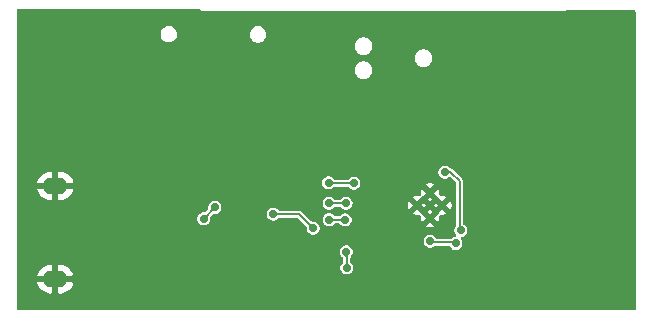
<source format=gbl>
%TF.GenerationSoftware,KiCad,Pcbnew,9.0.3*%
%TF.CreationDate,2025-09-07T14:34:17+02:00*%
%TF.ProjectId,LoTiBloxy,4c6f5469-426c-46f7-9879-2e6b69636164,rev?*%
%TF.SameCoordinates,Original*%
%TF.FileFunction,Copper,L2,Bot*%
%TF.FilePolarity,Positive*%
%FSLAX46Y46*%
G04 Gerber Fmt 4.6, Leading zero omitted, Abs format (unit mm)*
G04 Created by KiCad (PCBNEW 9.0.3) date 2025-09-07 14:34:17*
%MOMM*%
%LPD*%
G01*
G04 APERTURE LIST*
%TA.AperFunction,ComponentPad*%
%ADD10C,0.600000*%
%TD*%
%TA.AperFunction,ComponentPad*%
%ADD11O,2.108200X1.422400*%
%TD*%
%TA.AperFunction,ViaPad*%
%ADD12C,0.700000*%
%TD*%
%TA.AperFunction,Conductor*%
%ADD13C,0.200000*%
%TD*%
G04 APERTURE END LIST*
D10*
%TO.P,U2,33,EGP*%
%TO.N,GND*%
X115565000Y-99268196D03*
X114540000Y-100318196D03*
X114540000Y-98218196D03*
X114539997Y-99268196D03*
X113465000Y-99268196D03*
%TD*%
D11*
%TO.P,J3,6,Shield*%
%TO.N,GND*%
X82829299Y-97625000D03*
X82829299Y-105525000D03*
%TD*%
D12*
%TO.N,GND*%
X96174700Y-100975300D03*
X95325000Y-101750000D03*
X92850000Y-104250000D03*
X84375000Y-105525000D03*
X124495000Y-97955000D03*
X85450000Y-97750000D03*
X87050000Y-99100000D03*
X120000000Y-91875000D03*
X91650000Y-93000000D03*
X96250000Y-107600000D03*
X95321600Y-106771600D03*
X113300000Y-93738196D03*
X106400000Y-105750000D03*
X126150000Y-102725000D03*
X114525000Y-104925000D03*
X120950000Y-101900000D03*
X131075000Y-103900000D03*
X111000000Y-105150000D03*
X98166800Y-96316800D03*
X103775000Y-104200000D03*
X115640000Y-92410000D03*
X82850000Y-95950000D03*
X123700000Y-86800000D03*
X124500000Y-96300000D03*
X100875000Y-94350000D03*
X93200000Y-91200000D03*
X90450000Y-100600000D03*
X116700000Y-93700000D03*
X102880000Y-103105000D03*
X93175000Y-88975000D03*
X123250000Y-95200000D03*
X94300000Y-94000000D03*
X114350000Y-92700000D03*
X99475000Y-97325000D03*
X119585000Y-106050001D03*
X119845000Y-102795000D03*
X124600000Y-102800000D03*
X90000000Y-88975000D03*
X93250000Y-93200000D03*
X98960000Y-95140000D03*
X81225000Y-100375000D03*
X112050000Y-105850000D03*
X82850000Y-103850000D03*
X128250000Y-102800000D03*
X93088873Y-99038873D03*
X87200000Y-100250000D03*
X93975000Y-105374400D03*
X82800000Y-106825000D03*
X82850000Y-99400000D03*
X105475000Y-87600000D03*
X123245000Y-98895000D03*
X110375000Y-103896400D03*
X81200000Y-102700000D03*
X86732618Y-104056948D03*
X94350000Y-92250000D03*
X110175000Y-84575000D03*
X127250000Y-103650000D03*
X122301804Y-102798196D03*
X121900000Y-94700000D03*
X91850000Y-99650000D03*
X103250000Y-91850000D03*
X123390000Y-103640000D03*
X101600000Y-106000000D03*
X85400000Y-105150000D03*
X93975000Y-102991294D03*
X94300000Y-90200000D03*
X103250000Y-93475000D03*
X113600000Y-105850000D03*
X109480000Y-103080000D03*
X81000000Y-97600000D03*
%TO.N,/VLED*%
X95376600Y-100406600D03*
X96331902Y-99451298D03*
%TO.N,/VDD_1V8*%
X117150000Y-101400000D03*
X114550000Y-102300000D03*
X116725000Y-102500000D03*
X107500000Y-104565000D03*
X115800000Y-96450000D03*
X107450000Y-103215000D03*
%TO.N,/MCU/batCheck*%
X104650000Y-101200000D03*
X101281475Y-100025000D03*
%TO.N,/SDA*%
X106000000Y-99100000D03*
X107430000Y-99100000D03*
%TO.N,/SCL*%
X105950000Y-97375000D03*
X108090000Y-97400000D03*
%TO.N,/INTB*%
X106000000Y-100475000D03*
X107354000Y-100500000D03*
%TD*%
D13*
%TO.N,/SCL*%
X105975000Y-97400000D02*
X105950000Y-97375000D01*
X108090000Y-97400000D02*
X105975000Y-97400000D01*
%TO.N,/INTB*%
X106025000Y-100500000D02*
X106000000Y-100475000D01*
X107354000Y-100500000D02*
X106025000Y-100500000D01*
%TO.N,/SDA*%
X107430000Y-99100000D02*
X106000000Y-99100000D01*
%TO.N,/VDD_1V8*%
X117043200Y-97231200D02*
X116262000Y-96450000D01*
X117150000Y-101400000D02*
X117043200Y-101293200D01*
X117043200Y-101293200D02*
X117043200Y-97231200D01*
X116262000Y-96450000D02*
X115800000Y-96450000D01*
X116704509Y-102379509D02*
X114819507Y-102379509D01*
X116725000Y-102400000D02*
X116704509Y-102379509D01*
X116725000Y-102500000D02*
X116725000Y-102400000D01*
X114819507Y-102379509D02*
X114739998Y-102300000D01*
X114739998Y-102300000D02*
X114550000Y-102300000D01*
%TO.N,/VLED*%
X96331902Y-99451298D02*
X95376600Y-100406600D01*
%TO.N,/VDD_1V8*%
X107500000Y-103650000D02*
X107500000Y-104565000D01*
X107450000Y-103215000D02*
X107450000Y-103600000D01*
X107450000Y-103600000D02*
X107500000Y-103650000D01*
%TO.N,/MCU/batCheck*%
X103475000Y-100025000D02*
X101281475Y-100025000D01*
X104650000Y-101200000D02*
X103475000Y-100025000D01*
%TD*%
%TA.AperFunction,Conductor*%
%TO.N,GND*%
G36*
X95015677Y-82644685D02*
G01*
X95036319Y-82661319D01*
X95175000Y-82800000D01*
X126000000Y-82800000D01*
X126013681Y-82786319D01*
X126075004Y-82752834D01*
X126101362Y-82750000D01*
X131826000Y-82750000D01*
X131893039Y-82769685D01*
X131938794Y-82822489D01*
X131950000Y-82874000D01*
X131950000Y-108026000D01*
X131930315Y-108093039D01*
X131877511Y-108138794D01*
X131826000Y-108150000D01*
X79674000Y-108150000D01*
X79606961Y-108130315D01*
X79561206Y-108077511D01*
X79550000Y-108026000D01*
X79550000Y-105275000D01*
X81299699Y-105275000D01*
X82309811Y-105275000D01*
X82299247Y-105281099D01*
X82242498Y-105337848D01*
X82202371Y-105407352D01*
X82181599Y-105484872D01*
X82181599Y-105565128D01*
X82202371Y-105642648D01*
X82242498Y-105712152D01*
X82299247Y-105768901D01*
X82309811Y-105775000D01*
X81299699Y-105775000D01*
X81305025Y-105808630D01*
X81363934Y-105989936D01*
X81450488Y-106159807D01*
X81562550Y-106314045D01*
X81562550Y-106314046D01*
X81697352Y-106448848D01*
X81851591Y-106560910D01*
X82021462Y-106647464D01*
X82202772Y-106706375D01*
X82391077Y-106736200D01*
X82579299Y-106736200D01*
X82579299Y-105829800D01*
X83079299Y-105829800D01*
X83079299Y-106736200D01*
X83267521Y-106736200D01*
X83455823Y-106706375D01*
X83455826Y-106706375D01*
X83637135Y-106647464D01*
X83807006Y-106560910D01*
X83961244Y-106448848D01*
X83961245Y-106448848D01*
X84096047Y-106314046D01*
X84096047Y-106314045D01*
X84208109Y-106159807D01*
X84294663Y-105989936D01*
X84353572Y-105808630D01*
X84358899Y-105775000D01*
X83348787Y-105775000D01*
X83359351Y-105768901D01*
X83416100Y-105712152D01*
X83456227Y-105642648D01*
X83476999Y-105565128D01*
X83476999Y-105484872D01*
X83456227Y-105407352D01*
X83416100Y-105337848D01*
X83359351Y-105281099D01*
X83348787Y-105275000D01*
X84358899Y-105275000D01*
X84353572Y-105241369D01*
X84294663Y-105060063D01*
X84208109Y-104890192D01*
X84096047Y-104735954D01*
X84096047Y-104735953D01*
X83961245Y-104601151D01*
X83807006Y-104489089D01*
X83637135Y-104402535D01*
X83455825Y-104343624D01*
X83267521Y-104313800D01*
X83079299Y-104313800D01*
X83079299Y-105220200D01*
X82579299Y-105220200D01*
X82579299Y-104313800D01*
X82391077Y-104313800D01*
X82202774Y-104343624D01*
X82202771Y-104343624D01*
X82021462Y-104402535D01*
X81851591Y-104489089D01*
X81697353Y-104601151D01*
X81697352Y-104601151D01*
X81562550Y-104735953D01*
X81562550Y-104735954D01*
X81450488Y-104890192D01*
X81363934Y-105060063D01*
X81305025Y-105241369D01*
X81299699Y-105275000D01*
X79550000Y-105275000D01*
X79550000Y-103142525D01*
X106899500Y-103142525D01*
X106899500Y-103287475D01*
X106937016Y-103427485D01*
X106937017Y-103427488D01*
X107009488Y-103553011D01*
X107009490Y-103553013D01*
X107009491Y-103553015D01*
X107111985Y-103655509D01*
X107111988Y-103655510D01*
X107111991Y-103655513D01*
X107118829Y-103659461D01*
X107130529Y-103671339D01*
X107143743Y-103678406D01*
X107157329Y-103698547D01*
X107165139Y-103706476D01*
X107169550Y-103714391D01*
X107169979Y-103715989D01*
X107183357Y-103739161D01*
X107183811Y-103739975D01*
X107186486Y-103751777D01*
X107199500Y-103800346D01*
X107199500Y-104035613D01*
X107179815Y-104102652D01*
X107163182Y-104123294D01*
X107059488Y-104226988D01*
X106987017Y-104352511D01*
X106987016Y-104352515D01*
X106949500Y-104492525D01*
X106949500Y-104637475D01*
X106975888Y-104735954D01*
X106987017Y-104777488D01*
X107059488Y-104903011D01*
X107059490Y-104903013D01*
X107059491Y-104903015D01*
X107161985Y-105005509D01*
X107161986Y-105005510D01*
X107161988Y-105005511D01*
X107287511Y-105077982D01*
X107287512Y-105077982D01*
X107287515Y-105077984D01*
X107427525Y-105115500D01*
X107427528Y-105115500D01*
X107572472Y-105115500D01*
X107572475Y-105115500D01*
X107712485Y-105077984D01*
X107838015Y-105005509D01*
X107940509Y-104903015D01*
X108012984Y-104777485D01*
X108050500Y-104637475D01*
X108050500Y-104492525D01*
X108012984Y-104352515D01*
X107940509Y-104226985D01*
X107838015Y-104124491D01*
X107838014Y-104124490D01*
X107836818Y-104123294D01*
X107803334Y-104061971D01*
X107800500Y-104035613D01*
X107800500Y-103694386D01*
X107820185Y-103627347D01*
X107836819Y-103606705D01*
X107890509Y-103553015D01*
X107962984Y-103427485D01*
X108000500Y-103287475D01*
X108000500Y-103142525D01*
X107962984Y-103002515D01*
X107890509Y-102876985D01*
X107788015Y-102774491D01*
X107788013Y-102774490D01*
X107788011Y-102774488D01*
X107662488Y-102702017D01*
X107662489Y-102702017D01*
X107651006Y-102698940D01*
X107522475Y-102664500D01*
X107377525Y-102664500D01*
X107248993Y-102698940D01*
X107237511Y-102702017D01*
X107111988Y-102774488D01*
X107111982Y-102774493D01*
X107009493Y-102876982D01*
X107009488Y-102876988D01*
X106937017Y-103002511D01*
X106937016Y-103002515D01*
X106899500Y-103142525D01*
X79550000Y-103142525D01*
X79550000Y-102227525D01*
X113999500Y-102227525D01*
X113999500Y-102372475D01*
X114037016Y-102512485D01*
X114037017Y-102512488D01*
X114109488Y-102638011D01*
X114109490Y-102638013D01*
X114109491Y-102638015D01*
X114211985Y-102740509D01*
X114211986Y-102740510D01*
X114211988Y-102740511D01*
X114337511Y-102812982D01*
X114337512Y-102812982D01*
X114337515Y-102812984D01*
X114477525Y-102850500D01*
X114477528Y-102850500D01*
X114622472Y-102850500D01*
X114622475Y-102850500D01*
X114762485Y-102812984D01*
X114888015Y-102740509D01*
X114912196Y-102716328D01*
X114973519Y-102682843D01*
X114999877Y-102680009D01*
X116121674Y-102680009D01*
X116188713Y-102699694D01*
X116229061Y-102742008D01*
X116284491Y-102838015D01*
X116386985Y-102940509D01*
X116386986Y-102940510D01*
X116386988Y-102940511D01*
X116512511Y-103012982D01*
X116512512Y-103012982D01*
X116512515Y-103012984D01*
X116652525Y-103050500D01*
X116652528Y-103050500D01*
X116797472Y-103050500D01*
X116797475Y-103050500D01*
X116937485Y-103012984D01*
X117063015Y-102940509D01*
X117165509Y-102838015D01*
X117237984Y-102712485D01*
X117275500Y-102572475D01*
X117275500Y-102427525D01*
X117237984Y-102287515D01*
X117165509Y-102161985D01*
X117162622Y-102159098D01*
X117160966Y-102156066D01*
X117160562Y-102155539D01*
X117160644Y-102155475D01*
X117129137Y-102097775D01*
X117134121Y-102028083D01*
X117175993Y-101972150D01*
X117218209Y-101951642D01*
X117222471Y-101950500D01*
X117222475Y-101950500D01*
X117362485Y-101912984D01*
X117488015Y-101840509D01*
X117590509Y-101738015D01*
X117662984Y-101612485D01*
X117700500Y-101472475D01*
X117700500Y-101327525D01*
X117662984Y-101187515D01*
X117590509Y-101061985D01*
X117488015Y-100959491D01*
X117443893Y-100934017D01*
X117405700Y-100911966D01*
X117357484Y-100861399D01*
X117343700Y-100804579D01*
X117343700Y-97191638D01*
X117342594Y-97187511D01*
X117342593Y-97187508D01*
X117335239Y-97160063D01*
X117323222Y-97115212D01*
X117283660Y-97046689D01*
X116446511Y-96209540D01*
X116446510Y-96209539D01*
X116446507Y-96209537D01*
X116444541Y-96208402D01*
X116444537Y-96208400D01*
X116437066Y-96204087D01*
X116377989Y-96169979D01*
X116301562Y-96149500D01*
X116299049Y-96149500D01*
X116287062Y-96144647D01*
X116270810Y-96131764D01*
X116245914Y-96117390D01*
X116138017Y-96009493D01*
X116138011Y-96009488D01*
X116012488Y-95937017D01*
X116012489Y-95937017D01*
X116001006Y-95933940D01*
X115872475Y-95899500D01*
X115727525Y-95899500D01*
X115598993Y-95933940D01*
X115587511Y-95937017D01*
X115461988Y-96009488D01*
X115461982Y-96009493D01*
X115359493Y-96111982D01*
X115359488Y-96111988D01*
X115287017Y-96237511D01*
X115287016Y-96237515D01*
X115249500Y-96377525D01*
X115249500Y-96522475D01*
X115287016Y-96662485D01*
X115287017Y-96662488D01*
X115359488Y-96788011D01*
X115359490Y-96788013D01*
X115359491Y-96788015D01*
X115461985Y-96890509D01*
X115461986Y-96890510D01*
X115461988Y-96890511D01*
X115587511Y-96962982D01*
X115587512Y-96962982D01*
X115587515Y-96962984D01*
X115727525Y-97000500D01*
X115727528Y-97000500D01*
X115872472Y-97000500D01*
X115872475Y-97000500D01*
X116012485Y-96962984D01*
X116138015Y-96890509D01*
X116138017Y-96890506D01*
X116144067Y-96887014D01*
X116211967Y-96870541D01*
X116277994Y-96893393D01*
X116293749Y-96906720D01*
X116706381Y-97319352D01*
X116739866Y-97380675D01*
X116742700Y-97407033D01*
X116742700Y-100977414D01*
X116723015Y-101044453D01*
X116714217Y-101055369D01*
X116714438Y-101055539D01*
X116709488Y-101061988D01*
X116637017Y-101187511D01*
X116637016Y-101187515D01*
X116599500Y-101327525D01*
X116599500Y-101472475D01*
X116637016Y-101612485D01*
X116637017Y-101612488D01*
X116709488Y-101738011D01*
X116709493Y-101738017D01*
X116712377Y-101740901D01*
X116714032Y-101743931D01*
X116714438Y-101744461D01*
X116714355Y-101744524D01*
X116745862Y-101802224D01*
X116740878Y-101871916D01*
X116699006Y-101927849D01*
X116656790Y-101948357D01*
X116512511Y-101987017D01*
X116381953Y-102062396D01*
X116319953Y-102079009D01*
X115129664Y-102079009D01*
X115062625Y-102059324D01*
X115022277Y-102017009D01*
X115004961Y-101987017D01*
X114990509Y-101961985D01*
X114888015Y-101859491D01*
X114888013Y-101859490D01*
X114888011Y-101859488D01*
X114762488Y-101787017D01*
X114762489Y-101787017D01*
X114751006Y-101783940D01*
X114622475Y-101749500D01*
X114477525Y-101749500D01*
X114348993Y-101783940D01*
X114337511Y-101787017D01*
X114211988Y-101859488D01*
X114211982Y-101859493D01*
X114109493Y-101961982D01*
X114109488Y-101961988D01*
X114037017Y-102087511D01*
X114037016Y-102087515D01*
X113999500Y-102227525D01*
X79550000Y-102227525D01*
X79550000Y-100334125D01*
X94826100Y-100334125D01*
X94826100Y-100479075D01*
X94862034Y-100613181D01*
X94863617Y-100619088D01*
X94936088Y-100744611D01*
X94936090Y-100744613D01*
X94936091Y-100744615D01*
X95038585Y-100847109D01*
X95038586Y-100847110D01*
X95038588Y-100847111D01*
X95164111Y-100919582D01*
X95164112Y-100919582D01*
X95164115Y-100919584D01*
X95304125Y-100957100D01*
X95304128Y-100957100D01*
X95449072Y-100957100D01*
X95449075Y-100957100D01*
X95589085Y-100919584D01*
X95714615Y-100847109D01*
X95817109Y-100744615D01*
X95889584Y-100619085D01*
X95927100Y-100479075D01*
X95927100Y-100334125D01*
X95927100Y-100332432D01*
X95946785Y-100265393D01*
X95963419Y-100244751D01*
X96170053Y-100038117D01*
X96231376Y-100004632D01*
X96257734Y-100001798D01*
X96404374Y-100001798D01*
X96404377Y-100001798D01*
X96544387Y-99964282D01*
X96564751Y-99952525D01*
X100730975Y-99952525D01*
X100730975Y-100097475D01*
X100768491Y-100237485D01*
X100768492Y-100237488D01*
X100840963Y-100363011D01*
X100840965Y-100363013D01*
X100840966Y-100363015D01*
X100943460Y-100465509D01*
X100943461Y-100465510D01*
X100943463Y-100465511D01*
X101068986Y-100537982D01*
X101068987Y-100537982D01*
X101068990Y-100537984D01*
X101209000Y-100575500D01*
X101209003Y-100575500D01*
X101353947Y-100575500D01*
X101353950Y-100575500D01*
X101493960Y-100537984D01*
X101619490Y-100465509D01*
X101721984Y-100363015D01*
X101721984Y-100363014D01*
X101723180Y-100361819D01*
X101784503Y-100328334D01*
X101810861Y-100325500D01*
X103299167Y-100325500D01*
X103366206Y-100345185D01*
X103386848Y-100361819D01*
X104063181Y-101038152D01*
X104096666Y-101099475D01*
X104099500Y-101125833D01*
X104099500Y-101127525D01*
X104099500Y-101272475D01*
X104137016Y-101412485D01*
X104137017Y-101412488D01*
X104209488Y-101538011D01*
X104209490Y-101538013D01*
X104209491Y-101538015D01*
X104311985Y-101640509D01*
X104311986Y-101640510D01*
X104311988Y-101640511D01*
X104437511Y-101712982D01*
X104437512Y-101712982D01*
X104437515Y-101712984D01*
X104577525Y-101750500D01*
X104577528Y-101750500D01*
X104722472Y-101750500D01*
X104722475Y-101750500D01*
X104862485Y-101712984D01*
X104988015Y-101640509D01*
X105090509Y-101538015D01*
X105162984Y-101412485D01*
X105200500Y-101272475D01*
X105200500Y-101127525D01*
X105162984Y-100987515D01*
X105146805Y-100959493D01*
X105090511Y-100861988D01*
X105090506Y-100861982D01*
X104988017Y-100759493D01*
X104988011Y-100759488D01*
X104862488Y-100687017D01*
X104862489Y-100687017D01*
X104838126Y-100680489D01*
X104722475Y-100649500D01*
X104577525Y-100649500D01*
X104575833Y-100649500D01*
X104546392Y-100640855D01*
X104516406Y-100634332D01*
X104511390Y-100630577D01*
X104508794Y-100629815D01*
X104488152Y-100613181D01*
X104277496Y-100402525D01*
X105449500Y-100402525D01*
X105449500Y-100547475D01*
X105486891Y-100687017D01*
X105487017Y-100687488D01*
X105559488Y-100813011D01*
X105559490Y-100813013D01*
X105559491Y-100813015D01*
X105661985Y-100915509D01*
X105661986Y-100915510D01*
X105661988Y-100915511D01*
X105787511Y-100987982D01*
X105787512Y-100987982D01*
X105787515Y-100987984D01*
X105927525Y-101025500D01*
X105927528Y-101025500D01*
X106072472Y-101025500D01*
X106072475Y-101025500D01*
X106212485Y-100987984D01*
X106338015Y-100915509D01*
X106416706Y-100836818D01*
X106478030Y-100803334D01*
X106504387Y-100800500D01*
X106824614Y-100800500D01*
X106891653Y-100820185D01*
X106912295Y-100836819D01*
X106913491Y-100838015D01*
X107015985Y-100940509D01*
X107015986Y-100940510D01*
X107015988Y-100940511D01*
X107141511Y-101012982D01*
X107141512Y-101012982D01*
X107141515Y-101012984D01*
X107281525Y-101050500D01*
X107281528Y-101050500D01*
X107426472Y-101050500D01*
X107426475Y-101050500D01*
X107487900Y-101034041D01*
X114177706Y-101034041D01*
X114306652Y-101087453D01*
X114306656Y-101087454D01*
X114461202Y-101118195D01*
X114461206Y-101118196D01*
X114618794Y-101118196D01*
X114618797Y-101118195D01*
X114773343Y-101087454D01*
X114773347Y-101087453D01*
X114902293Y-101034041D01*
X114540001Y-100671749D01*
X114540000Y-100671749D01*
X114177706Y-101034041D01*
X107487900Y-101034041D01*
X107566485Y-101012984D01*
X107692015Y-100940509D01*
X107794509Y-100838015D01*
X107866984Y-100712485D01*
X107904500Y-100572475D01*
X107904500Y-100427525D01*
X107866984Y-100287515D01*
X107852550Y-100262515D01*
X107794511Y-100161988D01*
X107794506Y-100161982D01*
X107692017Y-100059493D01*
X107692015Y-100059491D01*
X107676638Y-100050613D01*
X107676637Y-100050612D01*
X107566488Y-99987017D01*
X107566489Y-99987017D01*
X107555383Y-99984041D01*
X113102706Y-99984041D01*
X113231652Y-100037453D01*
X113231656Y-100037454D01*
X113386202Y-100068195D01*
X113386206Y-100068196D01*
X113543794Y-100068196D01*
X113543794Y-100068195D01*
X113601526Y-100056712D01*
X113671118Y-100062939D01*
X113726295Y-100105801D01*
X113749540Y-100171691D01*
X113747336Y-100202518D01*
X113740000Y-100239402D01*
X113740000Y-100396993D01*
X113770741Y-100551539D01*
X113770743Y-100551547D01*
X113824153Y-100680489D01*
X114186446Y-100318196D01*
X114156609Y-100288359D01*
X114390000Y-100288359D01*
X114390000Y-100348033D01*
X114412836Y-100403164D01*
X114455032Y-100445360D01*
X114510163Y-100468196D01*
X114569837Y-100468196D01*
X114624968Y-100445360D01*
X114667164Y-100403164D01*
X114690000Y-100348033D01*
X114690000Y-100318196D01*
X114893553Y-100318196D01*
X115255845Y-100680489D01*
X115309257Y-100551543D01*
X115309258Y-100551539D01*
X115339999Y-100396993D01*
X115340000Y-100396990D01*
X115340000Y-100239404D01*
X115334723Y-100212878D01*
X115340949Y-100143286D01*
X115383811Y-100088108D01*
X115449700Y-100064862D01*
X115480536Y-100067068D01*
X115486205Y-100068195D01*
X115486206Y-100068196D01*
X115643794Y-100068196D01*
X115643797Y-100068195D01*
X115798343Y-100037454D01*
X115798347Y-100037453D01*
X115927293Y-99984041D01*
X115565000Y-99621749D01*
X115350927Y-99835821D01*
X115342201Y-99865540D01*
X115325567Y-99886182D01*
X114893553Y-100318196D01*
X114690000Y-100318196D01*
X114690000Y-100288359D01*
X114667164Y-100233228D01*
X114624968Y-100191032D01*
X114569837Y-100168196D01*
X114510163Y-100168196D01*
X114455032Y-100191032D01*
X114412836Y-100233228D01*
X114390000Y-100288359D01*
X114156609Y-100288359D01*
X113947371Y-100079121D01*
X113917655Y-100070396D01*
X113897013Y-100053762D01*
X113673140Y-99829889D01*
X113636444Y-99793193D01*
X114368871Y-99793193D01*
X114540028Y-99964613D01*
X114711445Y-99793197D01*
X114711445Y-99793196D01*
X114540025Y-99621777D01*
X114368871Y-99793193D01*
X113636444Y-99793193D01*
X113465001Y-99621749D01*
X113465000Y-99621749D01*
X113102706Y-99984041D01*
X107555383Y-99984041D01*
X107555006Y-99983940D01*
X107426475Y-99949500D01*
X107281525Y-99949500D01*
X107152993Y-99983940D01*
X107141511Y-99987017D01*
X107015988Y-100059488D01*
X107015982Y-100059493D01*
X106912295Y-100163181D01*
X106850972Y-100196666D01*
X106824614Y-100199500D01*
X106548193Y-100199500D01*
X106481154Y-100179815D01*
X106446035Y-100142985D01*
X106445455Y-100143431D01*
X106441312Y-100138031D01*
X106440808Y-100137503D01*
X106440509Y-100136985D01*
X106338015Y-100034491D01*
X106338013Y-100034490D01*
X106338011Y-100034488D01*
X106212488Y-99962017D01*
X106212489Y-99962017D01*
X106201006Y-99958940D01*
X106072475Y-99924500D01*
X105927525Y-99924500D01*
X105798993Y-99958940D01*
X105787511Y-99962017D01*
X105661988Y-100034488D01*
X105661982Y-100034493D01*
X105559493Y-100136982D01*
X105559488Y-100136988D01*
X105487017Y-100262511D01*
X105487016Y-100262515D01*
X105449500Y-100402525D01*
X104277496Y-100402525D01*
X103659512Y-99784541D01*
X103659511Y-99784540D01*
X103637406Y-99771778D01*
X103637406Y-99771776D01*
X103637403Y-99771776D01*
X103590994Y-99744981D01*
X103590991Y-99744979D01*
X103552775Y-99734739D01*
X103514562Y-99724500D01*
X103514560Y-99724500D01*
X101810861Y-99724500D01*
X101743822Y-99704815D01*
X101723180Y-99688181D01*
X101619492Y-99584493D01*
X101619486Y-99584488D01*
X101493963Y-99512017D01*
X101493964Y-99512017D01*
X101482481Y-99508940D01*
X101353950Y-99474500D01*
X101209000Y-99474500D01*
X101080468Y-99508940D01*
X101068986Y-99512017D01*
X100943463Y-99584488D01*
X100943457Y-99584493D01*
X100840968Y-99686982D01*
X100840963Y-99686988D01*
X100768492Y-99812511D01*
X100768491Y-99812515D01*
X100730975Y-99952525D01*
X96564751Y-99952525D01*
X96669917Y-99891807D01*
X96772411Y-99789313D01*
X96844886Y-99663783D01*
X96882402Y-99523773D01*
X96882402Y-99378823D01*
X96844886Y-99238813D01*
X96816358Y-99189402D01*
X96772413Y-99113286D01*
X96772408Y-99113280D01*
X96686653Y-99027525D01*
X105449500Y-99027525D01*
X105449500Y-99172475D01*
X105475149Y-99268196D01*
X105487017Y-99312488D01*
X105559488Y-99438011D01*
X105559490Y-99438013D01*
X105559491Y-99438015D01*
X105661985Y-99540509D01*
X105661986Y-99540510D01*
X105661988Y-99540511D01*
X105787511Y-99612982D01*
X105787512Y-99612982D01*
X105787515Y-99612984D01*
X105927525Y-99650500D01*
X105927528Y-99650500D01*
X106072472Y-99650500D01*
X106072475Y-99650500D01*
X106212485Y-99612984D01*
X106338015Y-99540509D01*
X106440509Y-99438015D01*
X106440509Y-99438014D01*
X106441705Y-99436819D01*
X106503028Y-99403334D01*
X106529386Y-99400500D01*
X106900614Y-99400500D01*
X106967653Y-99420185D01*
X106988295Y-99436819D01*
X106989491Y-99438015D01*
X107091985Y-99540509D01*
X107091986Y-99540510D01*
X107091988Y-99540511D01*
X107217511Y-99612982D01*
X107217512Y-99612982D01*
X107217515Y-99612984D01*
X107357525Y-99650500D01*
X107357528Y-99650500D01*
X107502472Y-99650500D01*
X107502475Y-99650500D01*
X107642485Y-99612984D01*
X107768015Y-99540509D01*
X107870509Y-99438015D01*
X107942984Y-99312485D01*
X107975965Y-99189398D01*
X112665000Y-99189398D01*
X112665000Y-99346993D01*
X112695741Y-99501539D01*
X112695743Y-99501547D01*
X112749153Y-99630489D01*
X113111446Y-99268197D01*
X113111446Y-99268195D01*
X113081610Y-99238359D01*
X113315000Y-99238359D01*
X113315000Y-99298033D01*
X113337836Y-99353164D01*
X113380032Y-99395360D01*
X113435163Y-99418196D01*
X113494837Y-99418196D01*
X113549968Y-99395360D01*
X113592164Y-99353164D01*
X113615000Y-99298033D01*
X113615000Y-99268196D01*
X113818553Y-99268196D01*
X114002498Y-99452141D01*
X114186443Y-99268196D01*
X114156606Y-99238359D01*
X114389997Y-99238359D01*
X114389997Y-99298033D01*
X114412833Y-99353164D01*
X114455029Y-99395360D01*
X114510160Y-99418196D01*
X114569834Y-99418196D01*
X114624965Y-99395360D01*
X114667161Y-99353164D01*
X114689997Y-99298033D01*
X114689997Y-99268196D01*
X114893550Y-99268196D01*
X115052498Y-99427144D01*
X115211446Y-99268196D01*
X115181609Y-99238359D01*
X115415000Y-99238359D01*
X115415000Y-99298033D01*
X115437836Y-99353164D01*
X115480032Y-99395360D01*
X115535163Y-99418196D01*
X115594837Y-99418196D01*
X115649968Y-99395360D01*
X115692164Y-99353164D01*
X115715000Y-99298033D01*
X115715000Y-99268195D01*
X115918553Y-99268195D01*
X115918553Y-99268197D01*
X116280845Y-99630489D01*
X116334257Y-99501543D01*
X116334258Y-99501539D01*
X116364999Y-99346993D01*
X116365000Y-99346990D01*
X116365000Y-99189402D01*
X116364999Y-99189398D01*
X116334258Y-99034852D01*
X116334257Y-99034848D01*
X116280845Y-98905902D01*
X115918553Y-99268195D01*
X115715000Y-99268195D01*
X115715000Y-99238359D01*
X115692164Y-99183228D01*
X115649968Y-99141032D01*
X115594837Y-99118196D01*
X115535163Y-99118196D01*
X115480032Y-99141032D01*
X115437836Y-99183228D01*
X115415000Y-99238359D01*
X115181609Y-99238359D01*
X115052498Y-99109247D01*
X114893550Y-99268196D01*
X114689997Y-99268196D01*
X114689997Y-99238359D01*
X114667161Y-99183228D01*
X114624965Y-99141032D01*
X114569834Y-99118196D01*
X114510160Y-99118196D01*
X114455029Y-99141032D01*
X114412833Y-99183228D01*
X114389997Y-99238359D01*
X114156606Y-99238359D01*
X114002498Y-99084250D01*
X113818553Y-99268196D01*
X113615000Y-99268196D01*
X113615000Y-99238359D01*
X113592164Y-99183228D01*
X113549968Y-99141032D01*
X113494837Y-99118196D01*
X113435163Y-99118196D01*
X113380032Y-99141032D01*
X113337836Y-99183228D01*
X113315000Y-99238359D01*
X113081610Y-99238359D01*
X112749153Y-98905901D01*
X112695743Y-99034844D01*
X112695741Y-99034852D01*
X112665000Y-99189398D01*
X107975965Y-99189398D01*
X107980500Y-99172475D01*
X107980500Y-99027525D01*
X107942984Y-98887515D01*
X107892168Y-98799500D01*
X107870511Y-98761988D01*
X107870506Y-98761982D01*
X107768017Y-98659493D01*
X107768011Y-98659488D01*
X107642488Y-98587017D01*
X107642489Y-98587017D01*
X107631006Y-98583940D01*
X107513108Y-98552349D01*
X113102705Y-98552349D01*
X113464999Y-98914642D01*
X113636658Y-98742984D01*
X114368551Y-98742984D01*
X114368551Y-98743409D01*
X114539961Y-98914642D01*
X114539998Y-98914642D01*
X114711445Y-98743194D01*
X114711445Y-98743193D01*
X114540001Y-98571749D01*
X114539964Y-98571749D01*
X114368551Y-98742984D01*
X113636658Y-98742984D01*
X113775740Y-98603903D01*
X113897015Y-98482628D01*
X113952080Y-98452560D01*
X114186446Y-98218195D01*
X114156610Y-98188359D01*
X114390000Y-98188359D01*
X114390000Y-98248033D01*
X114412836Y-98303164D01*
X114455032Y-98345360D01*
X114510163Y-98368196D01*
X114569837Y-98368196D01*
X114624968Y-98345360D01*
X114667164Y-98303164D01*
X114690000Y-98248033D01*
X114690000Y-98218195D01*
X114893553Y-98218195D01*
X114893553Y-98218196D01*
X115325566Y-98650209D01*
X115355636Y-98705278D01*
X115565000Y-98914642D01*
X115927293Y-98552349D01*
X115798351Y-98498939D01*
X115798343Y-98498937D01*
X115643797Y-98468196D01*
X115486200Y-98468196D01*
X115480526Y-98469325D01*
X115410935Y-98463095D01*
X115355759Y-98420229D01*
X115332517Y-98354339D01*
X115334723Y-98323512D01*
X115340000Y-98296986D01*
X115340000Y-98139402D01*
X115339999Y-98139398D01*
X115309258Y-97984852D01*
X115309257Y-97984848D01*
X115255845Y-97855902D01*
X114893553Y-98218195D01*
X114690000Y-98218195D01*
X114690000Y-98188359D01*
X114667164Y-98133228D01*
X114624968Y-98091032D01*
X114569837Y-98068196D01*
X114510163Y-98068196D01*
X114455032Y-98091032D01*
X114412836Y-98133228D01*
X114390000Y-98188359D01*
X114156610Y-98188359D01*
X113824153Y-97855901D01*
X113770743Y-97984844D01*
X113770741Y-97984852D01*
X113740000Y-98139398D01*
X113740000Y-98296989D01*
X113747336Y-98333873D01*
X113741107Y-98403464D01*
X113698243Y-98458641D01*
X113632353Y-98481884D01*
X113601528Y-98479680D01*
X113543792Y-98468196D01*
X113386202Y-98468196D01*
X113231656Y-98498937D01*
X113231648Y-98498939D01*
X113102705Y-98552349D01*
X107513108Y-98552349D01*
X107502475Y-98549500D01*
X107357525Y-98549500D01*
X107228993Y-98583940D01*
X107217511Y-98587017D01*
X107091988Y-98659488D01*
X107091982Y-98659493D01*
X106988295Y-98763181D01*
X106926972Y-98796666D01*
X106900614Y-98799500D01*
X106529386Y-98799500D01*
X106462347Y-98779815D01*
X106441705Y-98763181D01*
X106338017Y-98659493D01*
X106338011Y-98659488D01*
X106212488Y-98587017D01*
X106212489Y-98587017D01*
X106201006Y-98583940D01*
X106072475Y-98549500D01*
X105927525Y-98549500D01*
X105798993Y-98583940D01*
X105787511Y-98587017D01*
X105661988Y-98659488D01*
X105661982Y-98659493D01*
X105559493Y-98761982D01*
X105559488Y-98761988D01*
X105487017Y-98887511D01*
X105487016Y-98887515D01*
X105449500Y-99027525D01*
X96686653Y-99027525D01*
X96669919Y-99010791D01*
X96669913Y-99010786D01*
X96544390Y-98938315D01*
X96544391Y-98938315D01*
X96532908Y-98935238D01*
X96404377Y-98900798D01*
X96259427Y-98900798D01*
X96130895Y-98935238D01*
X96119413Y-98938315D01*
X95993890Y-99010786D01*
X95993884Y-99010791D01*
X95891395Y-99113280D01*
X95891390Y-99113286D01*
X95818919Y-99238809D01*
X95818918Y-99238813D01*
X95781402Y-99378823D01*
X95781402Y-99378825D01*
X95781402Y-99525464D01*
X95761717Y-99592503D01*
X95745083Y-99613145D01*
X95538447Y-99819781D01*
X95477124Y-99853266D01*
X95450766Y-99856100D01*
X95449075Y-99856100D01*
X95304125Y-99856100D01*
X95191859Y-99886182D01*
X95164111Y-99893617D01*
X95038588Y-99966088D01*
X95038582Y-99966093D01*
X94936093Y-100068582D01*
X94936088Y-100068588D01*
X94863617Y-100194111D01*
X94863616Y-100194115D01*
X94826100Y-100334125D01*
X79550000Y-100334125D01*
X79550000Y-97375000D01*
X81299699Y-97375000D01*
X82309811Y-97375000D01*
X82299247Y-97381099D01*
X82242498Y-97437848D01*
X82202371Y-97507352D01*
X82181599Y-97584872D01*
X82181599Y-97665128D01*
X82202371Y-97742648D01*
X82242498Y-97812152D01*
X82299247Y-97868901D01*
X82309811Y-97875000D01*
X81299699Y-97875000D01*
X81305025Y-97908630D01*
X81363934Y-98089936D01*
X81450488Y-98259807D01*
X81562550Y-98414045D01*
X81562550Y-98414046D01*
X81697352Y-98548848D01*
X81851591Y-98660910D01*
X82021462Y-98747464D01*
X82202772Y-98806375D01*
X82391077Y-98836200D01*
X82579299Y-98836200D01*
X82579299Y-97929800D01*
X83079299Y-97929800D01*
X83079299Y-98836200D01*
X83267521Y-98836200D01*
X83455823Y-98806375D01*
X83455826Y-98806375D01*
X83637135Y-98747464D01*
X83807006Y-98660910D01*
X83961244Y-98548848D01*
X83961245Y-98548848D01*
X84096047Y-98414046D01*
X84096047Y-98414045D01*
X84208109Y-98259807D01*
X84294663Y-98089936D01*
X84353572Y-97908630D01*
X84358899Y-97875000D01*
X83348787Y-97875000D01*
X83359351Y-97868901D01*
X83416100Y-97812152D01*
X83456227Y-97742648D01*
X83476999Y-97665128D01*
X83476999Y-97584872D01*
X83456227Y-97507352D01*
X83416100Y-97437848D01*
X83359351Y-97381099D01*
X83348787Y-97375000D01*
X84358899Y-97375000D01*
X84353573Y-97341373D01*
X84350761Y-97332718D01*
X84350760Y-97332715D01*
X84340951Y-97302525D01*
X105399500Y-97302525D01*
X105399500Y-97447475D01*
X105436316Y-97584872D01*
X105437017Y-97587488D01*
X105509488Y-97713011D01*
X105509490Y-97713013D01*
X105509491Y-97713015D01*
X105611985Y-97815509D01*
X105611986Y-97815510D01*
X105611988Y-97815511D01*
X105737511Y-97887982D01*
X105737512Y-97887982D01*
X105737515Y-97887984D01*
X105877525Y-97925500D01*
X105877528Y-97925500D01*
X106022472Y-97925500D01*
X106022475Y-97925500D01*
X106162485Y-97887984D01*
X106288015Y-97815509D01*
X106366706Y-97736818D01*
X106428030Y-97703334D01*
X106454387Y-97700500D01*
X107560614Y-97700500D01*
X107627653Y-97720185D01*
X107648295Y-97736819D01*
X107649491Y-97738015D01*
X107751985Y-97840509D01*
X107751986Y-97840510D01*
X107751988Y-97840511D01*
X107877511Y-97912982D01*
X107877512Y-97912982D01*
X107877515Y-97912984D01*
X108017525Y-97950500D01*
X108017528Y-97950500D01*
X108162472Y-97950500D01*
X108162475Y-97950500D01*
X108302485Y-97912984D01*
X108428015Y-97840509D01*
X108530509Y-97738015D01*
X108602984Y-97612485D01*
X108632495Y-97502349D01*
X114177705Y-97502349D01*
X114540000Y-97864642D01*
X114540001Y-97864642D01*
X114902293Y-97502349D01*
X114773351Y-97448939D01*
X114773343Y-97448937D01*
X114618797Y-97418196D01*
X114461202Y-97418196D01*
X114306656Y-97448937D01*
X114306648Y-97448939D01*
X114177705Y-97502349D01*
X108632495Y-97502349D01*
X108640500Y-97472475D01*
X108640500Y-97327525D01*
X108602984Y-97187515D01*
X108602982Y-97187511D01*
X108602982Y-97187510D01*
X108602981Y-97187508D01*
X108530511Y-97061988D01*
X108530506Y-97061982D01*
X108428017Y-96959493D01*
X108428011Y-96959488D01*
X108302488Y-96887017D01*
X108302489Y-96887017D01*
X108291006Y-96883940D01*
X108162475Y-96849500D01*
X108017525Y-96849500D01*
X107888993Y-96883940D01*
X107877511Y-96887017D01*
X107751988Y-96959488D01*
X107751982Y-96959493D01*
X107648295Y-97063181D01*
X107586972Y-97096666D01*
X107560614Y-97099500D01*
X106498193Y-97099500D01*
X106431154Y-97079815D01*
X106396035Y-97042985D01*
X106395455Y-97043431D01*
X106391312Y-97038031D01*
X106390808Y-97037503D01*
X106390509Y-97036985D01*
X106288015Y-96934491D01*
X106288013Y-96934490D01*
X106288011Y-96934488D01*
X106162488Y-96862017D01*
X106162489Y-96862017D01*
X106151006Y-96858940D01*
X106022475Y-96824500D01*
X105877525Y-96824500D01*
X105748993Y-96858940D01*
X105737511Y-96862017D01*
X105611988Y-96934488D01*
X105611982Y-96934493D01*
X105509493Y-97036982D01*
X105509488Y-97036988D01*
X105437017Y-97162511D01*
X105437016Y-97162515D01*
X105399500Y-97302525D01*
X84340951Y-97302525D01*
X84294663Y-97160063D01*
X84208109Y-96990192D01*
X84096047Y-96835954D01*
X84096047Y-96835953D01*
X83961245Y-96701151D01*
X83807006Y-96589089D01*
X83637135Y-96502535D01*
X83455825Y-96443624D01*
X83267521Y-96413800D01*
X83079299Y-96413800D01*
X83079299Y-97320200D01*
X82579299Y-97320200D01*
X82579299Y-96413800D01*
X82391077Y-96413800D01*
X82202774Y-96443624D01*
X82202771Y-96443624D01*
X82021462Y-96502535D01*
X81851591Y-96589089D01*
X81697353Y-96701151D01*
X81697352Y-96701151D01*
X81562550Y-96835953D01*
X81562550Y-96835954D01*
X81450488Y-96990192D01*
X81363934Y-97160063D01*
X81305025Y-97341369D01*
X81299699Y-97375000D01*
X79550000Y-97375000D01*
X79550000Y-87742540D01*
X108174200Y-87742540D01*
X108174200Y-87889459D01*
X108202858Y-88033534D01*
X108202861Y-88033544D01*
X108259078Y-88169266D01*
X108259083Y-88169275D01*
X108340698Y-88291419D01*
X108340701Y-88291423D01*
X108444576Y-88395298D01*
X108444580Y-88395301D01*
X108566724Y-88476916D01*
X108566730Y-88476919D01*
X108566731Y-88476920D01*
X108702458Y-88533140D01*
X108846540Y-88561799D01*
X108846544Y-88561800D01*
X108846545Y-88561800D01*
X108993456Y-88561800D01*
X108993457Y-88561799D01*
X109137542Y-88533140D01*
X109273269Y-88476920D01*
X109395420Y-88395301D01*
X109499301Y-88291420D01*
X109580920Y-88169269D01*
X109637140Y-88033542D01*
X109665800Y-87889455D01*
X109665800Y-87742545D01*
X109637140Y-87598458D01*
X109580920Y-87462731D01*
X109580919Y-87462730D01*
X109580916Y-87462724D01*
X109499301Y-87340580D01*
X109499298Y-87340576D01*
X109395423Y-87236701D01*
X109395419Y-87236698D01*
X109273275Y-87155083D01*
X109273266Y-87155078D01*
X109137544Y-87098861D01*
X109137545Y-87098861D01*
X109137542Y-87098860D01*
X109137538Y-87098859D01*
X109137534Y-87098858D01*
X108993459Y-87070200D01*
X108993455Y-87070200D01*
X108846545Y-87070200D01*
X108846540Y-87070200D01*
X108702465Y-87098858D01*
X108702455Y-87098861D01*
X108566733Y-87155078D01*
X108566724Y-87155083D01*
X108444580Y-87236698D01*
X108444576Y-87236701D01*
X108340701Y-87340576D01*
X108340698Y-87340580D01*
X108259083Y-87462724D01*
X108259078Y-87462733D01*
X108202861Y-87598455D01*
X108202858Y-87598465D01*
X108174200Y-87742540D01*
X79550000Y-87742540D01*
X79550000Y-86726540D01*
X113254200Y-86726540D01*
X113254200Y-86873459D01*
X113282858Y-87017534D01*
X113282861Y-87017544D01*
X113339078Y-87153266D01*
X113339083Y-87153275D01*
X113420698Y-87275419D01*
X113420701Y-87275423D01*
X113524576Y-87379298D01*
X113524580Y-87379301D01*
X113646724Y-87460916D01*
X113646730Y-87460919D01*
X113646731Y-87460920D01*
X113782458Y-87517140D01*
X113926540Y-87545799D01*
X113926544Y-87545800D01*
X113926545Y-87545800D01*
X114073456Y-87545800D01*
X114073457Y-87545799D01*
X114217542Y-87517140D01*
X114353269Y-87460920D01*
X114475420Y-87379301D01*
X114579301Y-87275420D01*
X114660920Y-87153269D01*
X114717140Y-87017542D01*
X114745800Y-86873455D01*
X114745800Y-86726545D01*
X114717140Y-86582458D01*
X114660920Y-86446731D01*
X114660919Y-86446730D01*
X114660916Y-86446724D01*
X114579301Y-86324580D01*
X114579298Y-86324576D01*
X114475423Y-86220701D01*
X114475419Y-86220698D01*
X114353275Y-86139083D01*
X114353266Y-86139078D01*
X114217544Y-86082861D01*
X114217545Y-86082861D01*
X114217542Y-86082860D01*
X114217538Y-86082859D01*
X114217534Y-86082858D01*
X114073459Y-86054200D01*
X114073455Y-86054200D01*
X113926545Y-86054200D01*
X113926540Y-86054200D01*
X113782465Y-86082858D01*
X113782455Y-86082861D01*
X113646733Y-86139078D01*
X113646724Y-86139083D01*
X113524580Y-86220698D01*
X113524576Y-86220701D01*
X113420701Y-86324576D01*
X113420698Y-86324580D01*
X113339083Y-86446724D01*
X113339078Y-86446733D01*
X113282861Y-86582455D01*
X113282858Y-86582465D01*
X113254200Y-86726540D01*
X79550000Y-86726540D01*
X79550000Y-85710540D01*
X108174200Y-85710540D01*
X108174200Y-85857459D01*
X108202858Y-86001534D01*
X108202861Y-86001544D01*
X108259078Y-86137266D01*
X108259083Y-86137275D01*
X108340698Y-86259419D01*
X108340701Y-86259423D01*
X108444576Y-86363298D01*
X108444580Y-86363301D01*
X108566724Y-86444916D01*
X108566730Y-86444919D01*
X108566731Y-86444920D01*
X108702458Y-86501140D01*
X108846540Y-86529799D01*
X108846544Y-86529800D01*
X108846545Y-86529800D01*
X108993456Y-86529800D01*
X108993457Y-86529799D01*
X109137542Y-86501140D01*
X109273269Y-86444920D01*
X109395420Y-86363301D01*
X109499301Y-86259420D01*
X109580920Y-86137269D01*
X109637140Y-86001542D01*
X109665800Y-85857455D01*
X109665800Y-85710545D01*
X109637140Y-85566458D01*
X109588313Y-85448580D01*
X109580921Y-85430733D01*
X109580916Y-85430724D01*
X109499301Y-85308580D01*
X109499298Y-85308576D01*
X109395423Y-85204701D01*
X109395419Y-85204698D01*
X109273275Y-85123083D01*
X109273266Y-85123078D01*
X109137544Y-85066861D01*
X109137545Y-85066861D01*
X109137542Y-85066860D01*
X109137538Y-85066859D01*
X109137534Y-85066858D01*
X108993459Y-85038200D01*
X108993455Y-85038200D01*
X108846545Y-85038200D01*
X108846540Y-85038200D01*
X108702465Y-85066858D01*
X108702455Y-85066861D01*
X108566733Y-85123078D01*
X108566724Y-85123083D01*
X108444580Y-85204698D01*
X108444576Y-85204701D01*
X108340701Y-85308576D01*
X108340698Y-85308580D01*
X108259083Y-85430724D01*
X108259078Y-85430733D01*
X108202861Y-85566455D01*
X108202858Y-85566465D01*
X108174200Y-85710540D01*
X79550000Y-85710540D01*
X79550000Y-84843995D01*
X91724499Y-84843995D01*
X91751418Y-84979322D01*
X91751421Y-84979332D01*
X91804221Y-85106804D01*
X91804228Y-85106817D01*
X91880885Y-85221541D01*
X91880888Y-85221545D01*
X91978454Y-85319111D01*
X91978458Y-85319114D01*
X92093182Y-85395771D01*
X92093195Y-85395778D01*
X92177585Y-85430733D01*
X92220672Y-85448580D01*
X92220676Y-85448580D01*
X92220677Y-85448581D01*
X92356004Y-85475500D01*
X92356007Y-85475500D01*
X92493995Y-85475500D01*
X92585041Y-85457389D01*
X92629328Y-85448580D01*
X92756811Y-85395775D01*
X92871542Y-85319114D01*
X92969114Y-85221542D01*
X93045775Y-85106811D01*
X93098580Y-84979328D01*
X93120527Y-84868995D01*
X99274499Y-84868995D01*
X99301418Y-85004322D01*
X99301421Y-85004332D01*
X99354221Y-85131804D01*
X99354228Y-85131817D01*
X99430885Y-85246541D01*
X99430888Y-85246545D01*
X99528454Y-85344111D01*
X99528458Y-85344114D01*
X99643182Y-85420771D01*
X99643195Y-85420778D01*
X99770667Y-85473578D01*
X99770672Y-85473580D01*
X99770676Y-85473580D01*
X99770677Y-85473581D01*
X99906004Y-85500500D01*
X99906007Y-85500500D01*
X100043995Y-85500500D01*
X100135041Y-85482389D01*
X100179328Y-85473580D01*
X100306811Y-85420775D01*
X100421542Y-85344114D01*
X100519114Y-85246542D01*
X100595775Y-85131811D01*
X100599392Y-85123080D01*
X100648578Y-85004332D01*
X100648580Y-85004328D01*
X100675500Y-84868993D01*
X100675500Y-84731007D01*
X100675500Y-84731004D01*
X100648581Y-84595677D01*
X100648580Y-84595676D01*
X100648580Y-84595672D01*
X100638223Y-84570667D01*
X100595778Y-84468195D01*
X100595771Y-84468182D01*
X100519114Y-84353458D01*
X100519111Y-84353454D01*
X100421545Y-84255888D01*
X100421541Y-84255885D01*
X100306817Y-84179228D01*
X100306804Y-84179221D01*
X100179332Y-84126421D01*
X100179322Y-84126418D01*
X100043995Y-84099500D01*
X100043993Y-84099500D01*
X99906007Y-84099500D01*
X99906005Y-84099500D01*
X99770677Y-84126418D01*
X99770667Y-84126421D01*
X99643195Y-84179221D01*
X99643182Y-84179228D01*
X99528458Y-84255885D01*
X99528454Y-84255888D01*
X99430888Y-84353454D01*
X99430885Y-84353458D01*
X99354228Y-84468182D01*
X99354221Y-84468195D01*
X99301421Y-84595667D01*
X99301418Y-84595677D01*
X99274500Y-84731004D01*
X99274500Y-84731007D01*
X99274500Y-84868993D01*
X99274500Y-84868995D01*
X99274499Y-84868995D01*
X93120527Y-84868995D01*
X93125500Y-84843993D01*
X93125500Y-84706007D01*
X93125500Y-84706004D01*
X93098581Y-84570677D01*
X93098580Y-84570676D01*
X93098580Y-84570672D01*
X93056133Y-84468195D01*
X93045778Y-84443195D01*
X93045771Y-84443182D01*
X92969114Y-84328458D01*
X92969111Y-84328454D01*
X92871545Y-84230888D01*
X92871541Y-84230885D01*
X92756817Y-84154228D01*
X92756804Y-84154221D01*
X92629332Y-84101421D01*
X92629322Y-84101418D01*
X92493995Y-84074500D01*
X92493993Y-84074500D01*
X92356007Y-84074500D01*
X92356005Y-84074500D01*
X92220677Y-84101418D01*
X92220667Y-84101421D01*
X92093195Y-84154221D01*
X92093182Y-84154228D01*
X91978458Y-84230885D01*
X91978454Y-84230888D01*
X91880888Y-84328454D01*
X91880885Y-84328458D01*
X91804228Y-84443182D01*
X91804221Y-84443195D01*
X91751421Y-84570667D01*
X91751418Y-84570677D01*
X91724500Y-84706004D01*
X91724500Y-84706007D01*
X91724500Y-84843993D01*
X91724500Y-84843995D01*
X91724499Y-84843995D01*
X79550000Y-84843995D01*
X79550000Y-82749000D01*
X79569685Y-82681961D01*
X79622489Y-82636206D01*
X79674000Y-82625000D01*
X94948638Y-82625000D01*
X95015677Y-82644685D01*
G37*
%TD.AperFunction*%
%TD*%
M02*

</source>
